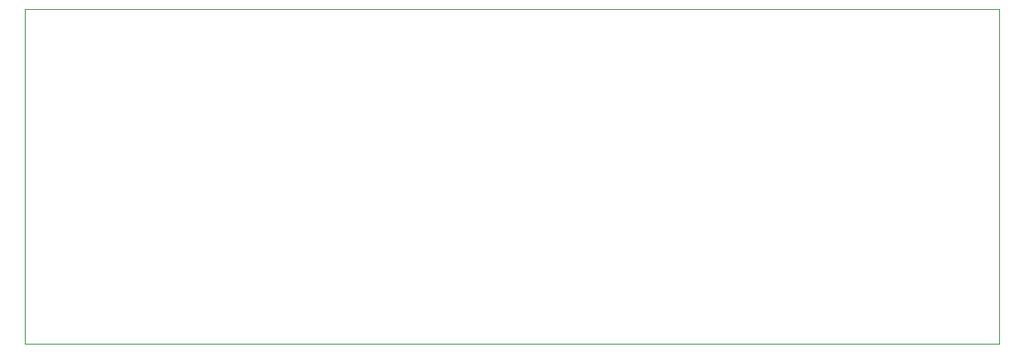
<source format=gm1>
G04 #@! TF.GenerationSoftware,KiCad,Pcbnew,(5.1.6)-1*
G04 #@! TF.CreationDate,2020-08-29T11:02:00-03:00*
G04 #@! TF.ProjectId,fonte_pequena,666f6e74-655f-4706-9571-75656e612e6b,rev?*
G04 #@! TF.SameCoordinates,Original*
G04 #@! TF.FileFunction,Profile,NP*
%FSLAX46Y46*%
G04 Gerber Fmt 4.6, Leading zero omitted, Abs format (unit mm)*
G04 Created by KiCad (PCBNEW (5.1.6)-1) date 2020-08-29 11:02:00*
%MOMM*%
%LPD*%
G01*
G04 APERTURE LIST*
G04 #@! TA.AperFunction,Profile*
%ADD10C,0.050000*%
G04 #@! TD*
G04 APERTURE END LIST*
D10*
X146685000Y-179705000D02*
X46990000Y-179705000D01*
X146685000Y-145415000D02*
X146685000Y-179705000D01*
X46990000Y-145415000D02*
X146685000Y-145415000D01*
X46990000Y-179705000D02*
X46990000Y-145415000D01*
M02*

</source>
